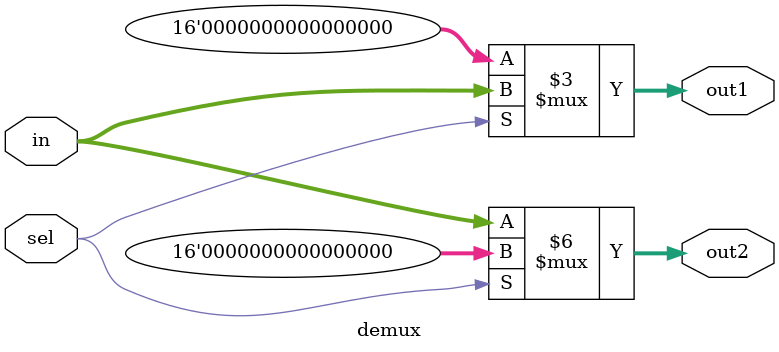
<source format=v>
module demux #(parameter ADDR_WIDTH = 16) (
    output reg  [ADDR_WIDTH -1 :0] out1,
    output reg  [ADDR_WIDTH -1 :0] out2,
    input  wire [ADDR_WIDTH -1 :0] in,
    input  wire                    sel
);


always @(*) begin
    out1 = 'd0;
    out2 = 'd0;
    if (sel) begin
        out1 = in;
    end
    else begin
        out2 = in;
    end
end
endmodule
</source>
